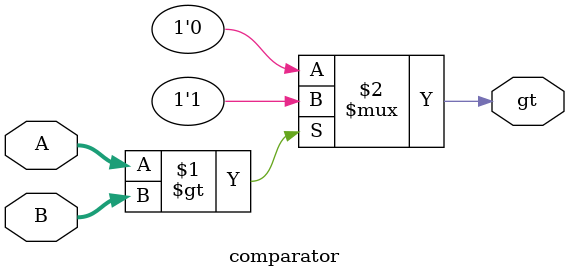
<source format=v>
`timescale 1ns / 1ps

module comparator(
    input [31:0] A,
    input [31:0] B,
    output gt
    );
    
    assign gt = (A > B) ? 1'b1 : 1'b0;
endmodule
</source>
